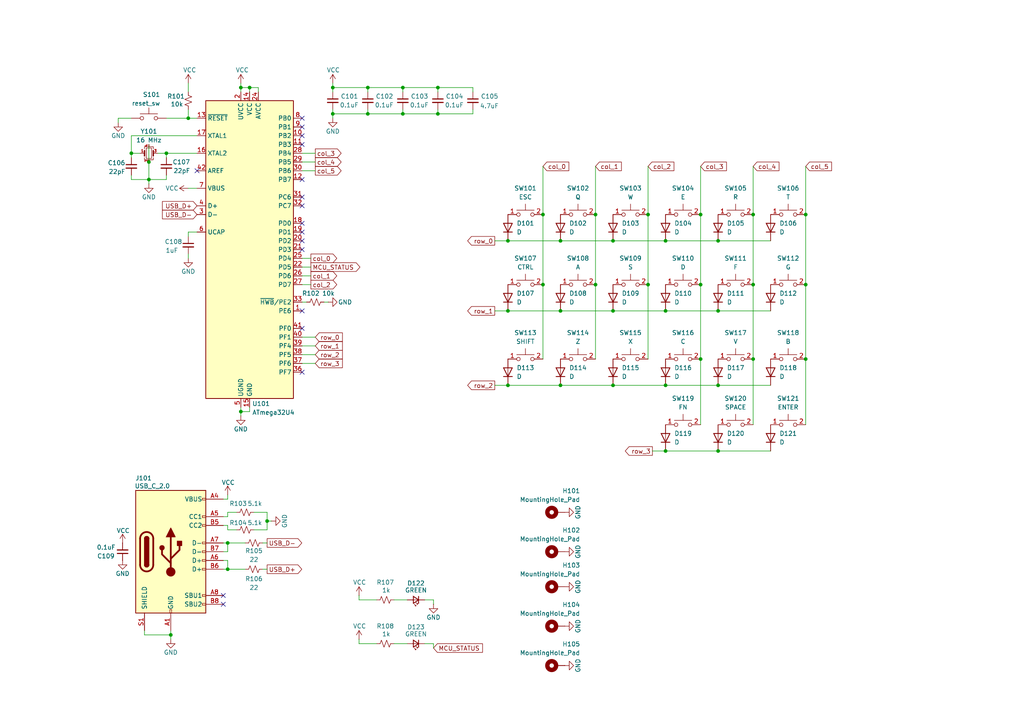
<source format=kicad_sch>
(kicad_sch (version 20231120) (generator "eeschema") (generator_version "8.0")
  (paper "A4")
  (title_block (title "Split Keyboard") (date "2024-05-21") (rev "1"))
  (lib_symbols
    (symbol "CherryMX:CherryMX" (pin_names (offset 0.254))
      (property "Reference" "SW" (at 2.54 3.175 0))
      (property "Value" "CherryMX" (at 0 -1.905 0))
      (symbol "CherryMX_1_1"
        (pin passive line (at -5.08 0 0) (length 2.54) (name "~") (number "1"))
        (pin passive line (at 5.08 0 180) (length 2.54) (name "~") (number "2"))
      )
    )
    (symbol "Connector:USB_C_Receptacle_USB2.0_16P" (pin_names (offset 1.016))
      (property "Reference" "J" (at 0 22.225 0))
      (property "Value" "USB_C_Receptacle_USB2.0_16P" (at 0 19.685 0))
      (symbol "USB_C_Receptacle_USB2.0_16P_1_1"
        (pin passive line (at 0 -22.86 90) (length 5.08) (name "GND") (number "A1"))
        (pin passive line (at 0 -22.86 90) (length 5.08) hide (name "GND") (number "A12"))
        (pin passive line (at 15.24 15.24 180) (length 5.08) (name "VBUS") (number "A4"))
        (pin bidirectional line (at 15.24 10.16 180) (length 5.08) (name "CC1") (number "A5"))
        (pin bidirectional line (at 15.24 -2.54 180) (length 5.08) (name "D+") (number "A6"))
        (pin bidirectional line (at 15.24 2.54 180) (length 5.08) (name "D-") (number "A7"))
        (pin bidirectional line (at 15.24 -12.7 180) (length 5.08) (name "SBU1") (number "A8"))
        (pin passive line (at 15.24 15.24 180) (length 5.08) hide (name "VBUS") (number "A9"))
        (pin passive line (at 0 -22.86 90) (length 5.08) hide (name "GND") (number "B1"))
        (pin passive line (at 0 -22.86 90) (length 5.08) hide (name "GND") (number "B12"))
        (pin passive line (at 15.24 15.24 180) (length 5.08) hide (name "VBUS") (number "B4"))
        (pin bidirectional line (at 15.24 7.62 180) (length 5.08) (name "CC2") (number "B5"))
        (pin bidirectional line (at 15.24 -5.08 180) (length 5.08) (name "D+") (number "B6"))
        (pin bidirectional line (at 15.24 0 180) (length 5.08) (name "D-") (number "B7"))
        (pin bidirectional line (at 15.24 -15.24 180) (length 5.08) (name "SBU2") (number "B8"))
        (pin passive line (at 15.24 15.24 180) (length 5.08) hide (name "VBUS") (number "B9"))
        (pin passive line (at -7.62 -22.86 90) (length 5.08) (name "SHIELD") (number "S1"))
      )
    )
    (symbol "Device:C_Small" (pin_numbers hide) (pin_names (offset 0.254) hide)
      (property "Reference" "C" (at 0.254 1.778 0))
      (property "Value" "C_Small" (at 0.254 -2.032 0))
      (symbol "C_Small_1_1"
        (pin passive line (at 0 2.54 270) (length 2.032) (name "~") (number "1"))
        (pin passive line (at 0 -2.54 90) (length 2.032) (name "~") (number "2"))
      )
    )
    (symbol "Device:Crystal_GND24_Small" (pin_names (offset 1.016) hide)
      (property "Reference" "Y" (at 1.27 4.445 0))
      (property "Value" "Crystal_GND24_Small" (at 1.27 2.54 0))
      (symbol "Crystal_GND24_Small_1_1"
        (pin passive line (at -2.54 0 0) (length 1.27) (name "1") (number "1"))
        (pin passive line (at 0 -2.54 90) (length 0.635) (name "2") (number "2"))
        (pin passive line (at 2.54 0 180) (length 1.27) (name "3") (number "3"))
        (pin passive line (at 0 2.54 270) (length 0.635) (name "4") (number "4"))
      )
    )
    (symbol "Device:D" (pin_numbers hide) (pin_names (offset 1.016) hide)
      (property "Reference" "D" (at 0 2.54 0))
      (property "Value" "D" (at 0 -2.54 0))
      (symbol "D_1_1"
        (pin passive line (at -3.81 0 0) (length 2.54) (name "K") (number "1"))
        (pin passive line (at 3.81 0 180) (length 2.54) (name "A") (number "2"))
      )
    )
    (symbol "Device:LED_Small" (pin_numbers hide) (pin_names (offset 0.254) hide)
      (property "Reference" "D" (at -1.27 3.175 0))
      (property "Value" "LED_Small" (at -4.445 -2.54 0))
      (symbol "LED_Small_1_1"
        (pin passive line (at -2.54 0 0) (length 1.778) (name "K") (number "1"))
        (pin passive line (at 2.54 0 180) (length 1.778) (name "A") (number "2"))
      )
    )
    (symbol "Device:R_Small_US" (pin_numbers hide) (pin_names (offset 0.254) hide)
      (property "Reference" "R" (at 0.762 0.508 0))
      (property "Value" "R_Small_US" (at 0.762 -1.016 0))
      (symbol "R_Small_US_1_1"
        (pin passive line (at 0 2.54 270) (length 1.016) (name "~") (number "1"))
        (pin passive line (at 0 -2.54 90) (length 1.016) (name "~") (number "2"))
      )
    )
    (symbol "MCU_Microchip_ATmega:ATmega32U4-A"
      (property "Reference" "U" (at -12.7 44.45 0))
      (property "Value" "ATmega32U4-A" (at 2.54 -44.45 0))
      (symbol "ATmega32U4-A_1_1"
        (pin bidirectional line (at 15.24 -17.78 180) (length 2.54) (name "PE6") (number "1"))
        (pin bidirectional line (at 15.24 33.02 180) (length 2.54) (name "PB2") (number "10"))
        (pin bidirectional line (at 15.24 30.48 180) (length 2.54) (name "PB3") (number "11"))
        (pin bidirectional line (at 15.24 20.32 180) (length 2.54) (name "PB7") (number "12"))
        (pin input line (at -15.24 38.1 0) (length 2.54) (name "~{RESET}") (number "13"))
        (pin power_in line (at 0 45.72 270) (length 2.54) (name "VCC") (number "14"))
        (pin power_in line (at 0 -45.72 90) (length 2.54) (name "GND") (number "15"))
        (pin output line (at -15.24 27.94 0) (length 2.54) (name "XTAL2") (number "16"))
        (pin input line (at -15.24 33.02 0) (length 2.54) (name "XTAL1") (number "17"))
        (pin bidirectional line (at 15.24 7.62 180) (length 2.54) (name "PD0") (number "18"))
        (pin bidirectional line (at 15.24 5.08 180) (length 2.54) (name "PD1") (number "19"))
        (pin power_in line (at -2.54 45.72 270) (length 2.54) (name "UVCC") (number "2"))
        (pin bidirectional line (at 15.24 2.54 180) (length 2.54) (name "PD2") (number "20"))
        (pin bidirectional line (at 15.24 0 180) (length 2.54) (name "PD3") (number "21"))
        (pin bidirectional line (at 15.24 -5.08 180) (length 2.54) (name "PD5") (number "22"))
        (pin passive line (at 0 -45.72 90) (length 2.54) hide (name "GND") (number "23"))
        (pin power_in line (at 2.54 45.72 270) (length 2.54) (name "AVCC") (number "24"))
        (pin bidirectional line (at 15.24 -2.54 180) (length 2.54) (name "PD4") (number "25"))
        (pin bidirectional line (at 15.24 -7.62 180) (length 2.54) (name "PD6") (number "26"))
        (pin bidirectional line (at 15.24 -10.16 180) (length 2.54) (name "PD7") (number "27"))
        (pin bidirectional line (at 15.24 27.94 180) (length 2.54) (name "PB4") (number "28"))
        (pin bidirectional line (at 15.24 25.4 180) (length 2.54) (name "PB5") (number "29"))
        (pin bidirectional line (at -15.24 10.16 0) (length 2.54) (name "D-") (number "3"))
        (pin bidirectional line (at 15.24 22.86 180) (length 2.54) (name "PB6") (number "30"))
        (pin bidirectional line (at 15.24 15.24 180) (length 2.54) (name "PC6") (number "31"))
        (pin bidirectional line (at 15.24 12.7 180) (length 2.54) (name "PC7") (number "32"))
        (pin bidirectional line (at 15.24 -15.24 180) (length 2.54) (name "~{HWB}/PE2") (number "33"))
        (pin passive line (at 0 45.72 270) (length 2.54) hide (name "VCC") (number "34"))
        (pin passive line (at 0 -45.72 90) (length 2.54) hide (name "GND") (number "35"))
        (pin bidirectional line (at 15.24 -35.56 180) (length 2.54) (name "PF7") (number "36"))
        (pin bidirectional line (at 15.24 -33.02 180) (length 2.54) (name "PF6") (number "37"))
        (pin bidirectional line (at 15.24 -30.48 180) (length 2.54) (name "PF5") (number "38"))
        (pin bidirectional line (at 15.24 -27.94 180) (length 2.54) (name "PF4") (number "39"))
        (pin bidirectional line (at -15.24 12.7 0) (length 2.54) (name "D+") (number "4"))
        (pin bidirectional line (at 15.24 -25.4 180) (length 2.54) (name "PF1") (number "40"))
        (pin bidirectional line (at 15.24 -22.86 180) (length 2.54) (name "PF0") (number "41"))
        (pin passive line (at -15.24 22.86 0) (length 2.54) (name "AREF") (number "42"))
        (pin passive line (at 0 -45.72 90) (length 2.54) hide (name "GND") (number "43"))
        (pin passive line (at 2.54 45.72 270) (length 2.54) hide (name "AVCC") (number "44"))
        (pin passive line (at -2.54 -45.72 90) (length 2.54) (name "UGND") (number "5"))
        (pin passive line (at -15.24 5.08 0) (length 2.54) (name "UCAP") (number "6"))
        (pin input line (at -15.24 17.78 0) (length 2.54) (name "VBUS") (number "7"))
        (pin bidirectional line (at 15.24 38.1 180) (length 2.54) (name "PB0") (number "8"))
        (pin bidirectional line (at 15.24 35.56 180) (length 2.54) (name "PB1") (number "9"))
      )
    )
    (symbol "Mechanical:MountingHole_Pad" (pin_numbers hide) (pin_names (offset 1.016) hide)
      (property "Reference" "H" (at 0 6.35 0))
      (property "Value" "MountingHole_Pad" (at 0 4.445 0))
      (symbol "MountingHole_Pad_1_1"
        (pin input line (at 0 -2.54 90) (length 2.54) (name "1") (number "1"))
      )
    )
    (symbol "Switch:SW_Push" (pin_numbers hide) (pin_names (offset 1.016) hide)
      (property "Reference" "SW" (at 1.27 2.54 0))
      (property "Value" "SW_Push" (at 0 -1.524 0))
      (symbol "SW_Push_0_1"
        (pin passive line (at -5.08 0 0) (length 2.54) (name "1") (number "1"))
        (pin passive line (at 5.08 0 180) (length 2.54) (name "2") (number "2"))
      )
    )
    (symbol "power:GND" (power) (pin_numbers hide) (pin_names (offset 0) hide)
      (property "Value" "GND" (at 0 -3.81 0))
      (symbol "GND_1_1"
        (pin power_in line (at 0 0 270) (length 0) (name "~") (number "1"))
      )
    )
    (symbol "power:VCC" (power) (pin_numbers hide) (pin_names (offset 0) hide)
      (property "Value" "VCC" (at 0 3.556 0))
      (symbol "VCC_1_1"
        (pin power_in line (at 0 0 90) (length 0) (name "~") (number "1"))
      )
    )
  )
  (junction (at 48.26 44.45))
  (junction (at 96.52 33.02))
  (junction (at 116.84 25.4))
  (junction (at 203.2 82.55))
  (junction (at 218.44 82.55))
  (junction (at 147.32 90.17))
  (junction (at 203.2 104.14))
  (junction (at 193.04 130.81))
  (junction (at 116.84 33.02))
  (junction (at 187.96 62.23))
  (junction (at 147.32 69.85))
  (junction (at 106.68 33.02))
  (junction (at 162.56 69.85))
  (junction (at 193.04 90.17))
  (junction (at 193.04 111.76))
  (junction (at 203.2 62.23))
  (junction (at 43.18 52.07))
  (junction (at 72.39 25.4))
  (junction (at 162.56 111.76))
  (junction (at 172.72 82.55))
  (junction (at 162.56 90.17))
  (junction (at 172.72 62.23))
  (junction (at 49.53 184.15))
  (junction (at 218.44 104.14))
  (junction (at 69.85 119.38))
  (junction (at 77.47 151.13))
  (junction (at 208.28 90.17))
  (junction (at 177.8 90.17))
  (junction (at 233.68 104.14))
  (junction (at 66.04 165.1))
  (junction (at 193.04 69.85))
  (junction (at 233.68 82.55))
  (junction (at 69.85 25.4))
  (junction (at 157.48 82.55))
  (junction (at 187.96 82.55))
  (junction (at 147.32 111.76))
  (junction (at 127 33.02))
  (junction (at 208.28 111.76))
  (junction (at 106.68 25.4))
  (junction (at 208.28 130.81))
  (junction (at 233.68 62.23))
  (junction (at 38.1 44.45))
  (junction (at 157.48 62.23))
  (junction (at 96.52 25.4))
  (junction (at 177.8 111.76))
  (junction (at 43.18 46.99))
  (junction (at 218.44 62.23))
  (junction (at 54.61 34.29))
  (junction (at 177.8 69.85))
  (junction (at 208.28 69.85))
  (junction (at 66.04 157.48))
  (junction (at 127 25.4))
  (no_connect (at 87.63 59.69))
  (no_connect (at 87.63 72.39))
  (no_connect (at 64.77 172.72))
  (no_connect (at 87.63 107.95))
  (no_connect (at 87.63 95.25))
  (no_connect (at 87.63 52.07))
  (no_connect (at 87.63 57.15))
  (no_connect (at 87.63 36.83))
  (no_connect (at 87.63 69.85))
  (no_connect (at 87.63 39.37))
  (no_connect (at 64.77 175.26))
  (no_connect (at 87.63 90.17))
  (no_connect (at 87.63 34.29))
  (no_connect (at 87.63 64.77))
  (no_connect (at 87.63 41.91))
  (no_connect (at 57.15 49.53))
  (no_connect (at 87.63 67.31))
  (wire (pts (xy 90.17 80.01) (xy 87.63 80.01)))
  (wire (pts (xy 49.53 184.15) (xy 49.53 185.42)))
  (wire (pts (xy 118.11 173.99) (xy 114.3 173.99)))
  (wire (pts (xy 187.96 62.23) (xy 187.96 82.55)))
  (wire (pts (xy 127 33.02) (xy 137.16 33.02)))
  (wire (pts (xy 54.61 31.75) (xy 54.61 34.29)))
  (wire (pts (xy 116.84 25.4) (xy 116.84 26.67)))
  (wire (pts (xy 127 25.4) (xy 127 26.67)))
  (wire (pts (xy 125.73 173.99) (xy 125.73 175.26)))
  (wire (pts (xy 57.15 67.31) (xy 54.61 67.31)))
  (wire (pts (xy 127 31.75) (xy 127 33.02)))
  (wire (pts (xy 96.52 26.67) (xy 96.52 25.4)))
  (wire (pts (xy 125.73 186.69) (xy 125.73 187.96)))
  (wire (pts (xy 172.72 62.23) (xy 172.72 82.55)))
  (wire (pts (xy 162.56 111.76) (xy 177.8 111.76)))
  (wire (pts (xy 96.52 25.4) (xy 106.68 25.4)))
  (wire (pts (xy 66.04 165.1) (xy 71.12 165.1)))
  (wire (pts (xy 66.04 149.86) (xy 66.04 148.59)))
  (wire (pts (xy 91.44 49.53) (xy 87.63 49.53)))
  (wire (pts (xy 118.11 186.69) (xy 114.3 186.69)))
  (wire (pts (xy 208.28 111.76) (xy 223.52 111.76)))
  (wire (pts (xy 193.04 111.76) (xy 208.28 111.76)))
  (wire (pts (xy 77.47 151.13) (xy 78.74 151.13)))
  (wire (pts (xy 91.44 102.87) (xy 87.63 102.87)))
  (wire (pts (xy 90.17 74.93) (xy 87.63 74.93)))
  (wire (pts (xy 38.1 34.29) (xy 34.29 34.29)))
  (wire (pts (xy 162.56 69.85) (xy 177.8 69.85)))
  (wire (pts (xy 72.39 25.4) (xy 72.39 26.67)))
  (wire (pts (xy 116.84 33.02) (xy 127 33.02)))
  (wire (pts (xy 66.04 157.48) (xy 71.12 157.48)))
  (wire (pts (xy 54.61 67.31) (xy 54.61 68.58)))
  (wire (pts (xy 91.44 44.45) (xy 87.63 44.45)))
  (wire (pts (xy 193.04 130.81) (xy 208.28 130.81)))
  (wire (pts (xy 69.85 119.38) (xy 72.39 119.38)))
  (wire (pts (xy 91.44 100.33) (xy 87.63 100.33)))
  (wire (pts (xy 91.44 46.99) (xy 87.63 46.99)))
  (wire (pts (xy 208.28 90.17) (xy 223.52 90.17)))
  (wire (pts (xy 147.32 111.76) (xy 162.56 111.76)))
  (wire (pts (xy 208.28 130.81) (xy 223.52 130.81)))
  (wire (pts (xy 233.68 104.14) (xy 233.68 123.19)))
  (wire (pts (xy 38.1 44.45) (xy 40.64 44.45)))
  (wire (pts (xy 45.72 44.45) (xy 48.26 44.45)))
  (wire (pts (xy 54.61 73.66) (xy 54.61 74.93)))
  (wire (pts (xy 106.68 33.02) (xy 116.84 33.02)))
  (wire (pts (xy 137.16 33.02) (xy 137.16 31.75)))
  (wire (pts (xy 48.26 44.45) (xy 48.26 45.72)))
  (wire (pts (xy 233.68 48.26) (xy 233.68 62.23)))
  (wire (pts (xy 64.77 149.86) (xy 66.04 149.86)))
  (wire (pts (xy 203.2 62.23) (xy 203.2 82.55)))
  (wire (pts (xy 77.47 151.13) (xy 77.47 153.67)))
  (wire (pts (xy 218.44 104.14) (xy 218.44 123.19)))
  (wire (pts (xy 218.44 82.55) (xy 218.44 104.14)))
  (wire (pts (xy 96.52 33.02) (xy 96.52 34.29)))
  (wire (pts (xy 88.9 87.63) (xy 87.63 87.63)))
  (wire (pts (xy 38.1 39.37) (xy 57.15 39.37)))
  (wire (pts (xy 43.18 41.91) (xy 43.18 46.99)))
  (wire (pts (xy 187.96 82.55) (xy 187.96 104.14)))
  (wire (pts (xy 116.84 31.75) (xy 116.84 33.02)))
  (wire (pts (xy 69.85 25.4) (xy 72.39 25.4)))
  (wire (pts (xy 123.19 186.69) (xy 125.73 186.69)))
  (wire (pts (xy 64.77 160.02) (xy 66.04 160.02)))
  (wire (pts (xy 193.04 90.17) (xy 208.28 90.17)))
  (wire (pts (xy 66.04 165.1) (xy 66.04 162.56)))
  (wire (pts (xy 96.52 33.02) (xy 106.68 33.02)))
  (wire (pts (xy 218.44 48.26) (xy 218.44 62.23)))
  (wire (pts (xy 177.8 69.85) (xy 193.04 69.85)))
  (wire (pts (xy 49.53 184.15) (xy 49.53 182.88)))
  (wire (pts (xy 69.85 25.4) (xy 69.85 24.13)))
  (wire (pts (xy 66.04 144.78) (xy 66.04 143.51)))
  (wire (pts (xy 106.68 31.75) (xy 106.68 33.02)))
  (wire (pts (xy 203.2 48.26) (xy 203.2 62.23)))
  (wire (pts (xy 233.68 82.55) (xy 233.68 104.14)))
  (wire (pts (xy 104.14 173.99) (xy 109.22 173.99)))
  (wire (pts (xy 147.32 90.17) (xy 162.56 90.17)))
  (wire (pts (xy 77.47 148.59) (xy 77.47 151.13)))
  (wire (pts (xy 95.25 87.63) (xy 93.98 87.63)))
  (wire (pts (xy 66.04 153.67) (xy 68.58 153.67)))
  (wire (pts (xy 76.2 157.48) (xy 77.47 157.48)))
  (wire (pts (xy 54.61 54.61) (xy 57.15 54.61)))
  (wire (pts (xy 189.23 130.81) (xy 193.04 130.81)))
  (wire (pts (xy 54.61 24.13) (xy 54.61 26.67)))
  (wire (pts (xy 73.66 153.67) (xy 77.47 153.67)))
  (wire (pts (xy 48.26 50.8) (xy 48.26 52.07)))
  (wire (pts (xy 38.1 45.72) (xy 38.1 44.45)))
  (wire (pts (xy 127 25.4) (xy 137.16 25.4)))
  (wire (pts (xy 233.68 62.23) (xy 233.68 82.55)))
  (wire (pts (xy 106.68 25.4) (xy 116.84 25.4)))
  (wire (pts (xy 137.16 25.4) (xy 137.16 26.67)))
  (wire (pts (xy 187.96 48.26) (xy 187.96 62.23)))
  (wire (pts (xy 64.77 165.1) (xy 66.04 165.1)))
  (wire (pts (xy 38.1 50.8) (xy 38.1 52.07)))
  (wire (pts (xy 91.44 105.41) (xy 87.63 105.41)))
  (wire (pts (xy 64.77 144.78) (xy 66.04 144.78)))
  (wire (pts (xy 48.26 34.29) (xy 54.61 34.29)))
  (wire (pts (xy 104.14 186.69) (xy 109.22 186.69)))
  (wire (pts (xy 69.85 118.11) (xy 69.85 119.38)))
  (wire (pts (xy 157.48 48.26) (xy 157.48 62.23)))
  (wire (pts (xy 90.17 82.55) (xy 87.63 82.55)))
  (wire (pts (xy 91.44 97.79) (xy 87.63 97.79)))
  (wire (pts (xy 106.68 25.4) (xy 106.68 26.67)))
  (wire (pts (xy 104.14 186.69) (xy 104.14 185.42)))
  (wire (pts (xy 43.18 46.99) (xy 43.18 52.07)))
  (wire (pts (xy 96.52 31.75) (xy 96.52 33.02)))
  (wire (pts (xy 90.17 77.47) (xy 87.63 77.47)))
  (wire (pts (xy 48.26 44.45) (xy 57.15 44.45)))
  (wire (pts (xy 64.77 152.4) (xy 66.04 152.4)))
  (wire (pts (xy 177.8 111.76) (xy 193.04 111.76)))
  (wire (pts (xy 208.28 69.85) (xy 223.52 69.85)))
  (wire (pts (xy 69.85 25.4) (xy 69.85 26.67)))
  (wire (pts (xy 172.72 82.55) (xy 172.72 104.14)))
  (wire (pts (xy 147.32 69.85) (xy 162.56 69.85)))
  (wire (pts (xy 64.77 157.48) (xy 66.04 157.48)))
  (wire (pts (xy 143.51 90.17) (xy 147.32 90.17)))
  (wire (pts (xy 203.2 82.55) (xy 203.2 104.14)))
  (wire (pts (xy 143.51 111.76) (xy 147.32 111.76)))
  (wire (pts (xy 203.2 104.14) (xy 203.2 123.19)))
  (wire (pts (xy 123.19 173.99) (xy 125.73 173.99)))
  (wire (pts (xy 72.39 119.38) (xy 72.39 118.11)))
  (wire (pts (xy 43.18 52.07) (xy 43.18 53.34)))
  (wire (pts (xy 41.91 182.88) (xy 41.91 184.15)))
  (wire (pts (xy 157.48 62.23) (xy 157.48 82.55)))
  (wire (pts (xy 143.51 69.85) (xy 147.32 69.85)))
  (wire (pts (xy 38.1 52.07) (xy 43.18 52.07)))
  (wire (pts (xy 76.2 165.1) (xy 77.47 165.1)))
  (wire (pts (xy 116.84 25.4) (xy 127 25.4)))
  (wire (pts (xy 69.85 119.38) (xy 69.85 120.65)))
  (wire (pts (xy 96.52 24.13) (xy 96.52 25.4)))
  (wire (pts (xy 34.29 34.29) (xy 34.29 35.56)))
  (wire (pts (xy 77.47 148.59) (xy 73.66 148.59)))
  (wire (pts (xy 172.72 48.26) (xy 172.72 62.23)))
  (wire (pts (xy 43.18 52.07) (xy 48.26 52.07)))
  (wire (pts (xy 41.91 184.15) (xy 49.53 184.15)))
  (wire (pts (xy 54.61 34.29) (xy 57.15 34.29)))
  (wire (pts (xy 162.56 90.17) (xy 177.8 90.17)))
  (wire (pts (xy 64.77 162.56) (xy 66.04 162.56)))
  (wire (pts (xy 72.39 25.4) (xy 74.93 25.4)))
  (wire (pts (xy 193.04 69.85) (xy 208.28 69.85)))
  (wire (pts (xy 66.04 152.4) (xy 66.04 153.67)))
  (wire (pts (xy 66.04 160.02) (xy 66.04 157.48)))
  (wire (pts (xy 157.48 82.55) (xy 157.48 104.14)))
  (wire (pts (xy 74.93 25.4) (xy 74.93 26.67)))
  (wire (pts (xy 38.1 39.37) (xy 38.1 44.45)))
  (wire (pts (xy 177.8 90.17) (xy 193.04 90.17)))
  (wire (pts (xy 218.44 62.23) (xy 218.44 82.55)))
  (wire (pts (xy 66.04 148.59) (xy 68.58 148.59)))
  (wire (pts (xy 104.14 173.99) (xy 104.14 172.72)))
  (global_label "MCU_STATUS" (shape output) (at 90.17 77.47 0) (property "Intersheetrefs" "${INTERSHEET_REFS}" (effects (hide yes))))
  (global_label "row_3" (shape output) (at 189.23 130.81 180) (property "Intersheetrefs" "${INTERSHEET_REFS}" (effects (hide yes))))
  (global_label "col_4" (shape output) (at 91.44 46.99 0) (property "Intersheetrefs" "${INTERSHEET_REFS}" (effects (hide yes))))
  (global_label "col_2" (shape input) (at 187.96 48.26 0) (property "Intersheetrefs" "${INTERSHEET_REFS}" (effects (hide yes))))
  (global_label "row_3" (shape input) (at 91.44 105.41 0) (property "Intersheetrefs" "${INTERSHEET_REFS}" (effects (hide yes))))
  (global_label "USB_D-" (shape output) (at 77.47 157.48 0) (property "Intersheetrefs" "${INTERSHEET_REFS}" (effects (hide yes))))
  (global_label "col_0" (shape output) (at 90.17 74.93 0) (property "Intersheetrefs" "${INTERSHEET_REFS}" (effects (hide yes))))
  (global_label "row_2" (shape output) (at 143.51 111.76 180) (property "Intersheetrefs" "${INTERSHEET_REFS}" (effects (hide yes))))
  (global_label "col_1" (shape input) (at 172.72 48.26 0) (property "Intersheetrefs" "${INTERSHEET_REFS}" (effects (hide yes))))
  (global_label "row_1" (shape input) (at 91.44 100.33 0) (property "Intersheetrefs" "${INTERSHEET_REFS}" (effects (hide yes))))
  (global_label "col_4" (shape input) (at 218.44 48.26 0) (property "Intersheetrefs" "${INTERSHEET_REFS}" (effects (hide yes))))
  (global_label "USB_D+" (shape output) (at 77.47 165.1 0) (property "Intersheetrefs" "${INTERSHEET_REFS}" (effects (hide yes))))
  (global_label "col_2" (shape output) (at 90.17 82.55 0) (property "Intersheetrefs" "${INTERSHEET_REFS}" (effects (hide yes))))
  (global_label "col_3" (shape output) (at 91.44 44.45 0) (property "Intersheetrefs" "${INTERSHEET_REFS}" (effects (hide yes))))
  (global_label "col_0" (shape input) (at 157.48 48.26 0) (property "Intersheetrefs" "${INTERSHEET_REFS}" (effects (hide yes))))
  (global_label "col_1" (shape output) (at 90.17 80.01 0) (property "Intersheetrefs" "${INTERSHEET_REFS}" (effects (hide yes))))
  (global_label "row_0" (shape output) (at 143.51 69.85 180) (property "Intersheetrefs" "${INTERSHEET_REFS}" (effects (hide yes))))
  (global_label "USB_D+" (shape input) (at 57.15 59.69 180) (property "Intersheetrefs" "${INTERSHEET_REFS}" (effects (hide yes))))
  (global_label "USB_D-" (shape input) (at 57.15 62.23 180) (property "Intersheetrefs" "${INTERSHEET_REFS}" (effects (hide yes))))
  (global_label "col_3" (shape input) (at 203.2 48.26 0) (property "Intersheetrefs" "${INTERSHEET_REFS}" (effects (hide yes))))
  (global_label "row_0" (shape input) (at 91.44 97.79 0) (property "Intersheetrefs" "${INTERSHEET_REFS}" (effects (hide yes))))
  (global_label "col_5" (shape output) (at 91.44 49.53 0) (property "Intersheetrefs" "${INTERSHEET_REFS}" (effects (hide yes))))
  (global_label "col_5" (shape input) (at 233.68 48.26 0) (property "Intersheetrefs" "${INTERSHEET_REFS}" (effects (hide yes))))
  (global_label "MCU_STATUS" (shape input) (at 125.73 187.96 0) (property "Intersheetrefs" "${INTERSHEET_REFS}" (effects (hide yes))))
  (global_label "row_1" (shape output) (at 143.51 90.17 180) (property "Intersheetrefs" "${INTERSHEET_REFS}" (effects (hide yes))))
  (global_label "row_2" (shape input) (at 91.44 102.87 0) (property "Intersheetrefs" "${INTERSHEET_REFS}" (effects (hide yes))))
  (symbol (lib_id "CherryMX:CherryMX") (at 182.88 62.23 0) (unit 1)
    (property "Reference" "SW103" (at 182.88 54.61 0))
    (property "Value" "W" (at 182.88 57.15 0))
    (property "Footprint" "Button_Switch_Keyboard:SW_Cherry_MX_1.00u_PCB" (effects (hide yes)))
  )
  (symbol (lib_id "power:GND") (at 163.83 170.18 90) (unit 1)
    (property "Reference" "#PWR0117" (effects (hide yes)))
    (property "Value" "GND" (at 167.64 170.18 0))
    (property "Description" "Power symbol creates a global label with name \"GND\" , ground" (effects (hide yes)))
  )
  (symbol (lib_id "CherryMX:CherryMX") (at 198.12 62.23 0) (unit 1)
    (property "Reference" "SW104" (at 198.12 54.61 0))
    (property "Value" "E" (at 198.12 57.15 0))
    (property "Footprint" "Button_Switch_Keyboard:SW_Cherry_MX_1.00u_PCB" (effects (hide yes)))
  )
  (symbol (lib_id "CherryMX:CherryMX") (at 167.64 82.55 0) (unit 1)
    (property "Reference" "SW108" (at 167.64 74.93 0))
    (property "Value" "A" (at 167.64 77.47 0))
    (property "Footprint" "Button_Switch_Keyboard:SW_Cherry_MX_1.00u_PCB" (effects (hide yes)))
  )
  (symbol (lib_id "Device:D") (at 162.56 86.36 90) (unit 1)
    (property "Reference" "D108" (at 165.1 85.0899 90) (effects (justify right)))
    (property "Value" "D" (at 165.1 87.6299 90) (effects (justify right)))
    (property "Footprint" "Diode_SMD:D_0603_1608Metric" (effects (hide yes)))
    (property "Description" "Diode" (effects (hide yes)))
    (property "Sim.Device" "D" (effects (hide yes)))
    (property "Sim.Pins" "1=K 2=A" (effects (hide yes)))
  )
  (symbol (lib_id "CherryMX:CherryMX") (at 198.12 123.19 0) (unit 1)
    (property "Reference" "SW119" (at 198.12 115.57 0))
    (property "Value" "FN" (at 198.12 118.11 0))
    (property "Footprint" "Button_Switch_Keyboard:SW_Cherry_MX_1.00u_PCB" (effects (hide yes)))
  )
  (symbol (lib_id "Device:C_Small") (at 116.84 29.21 0) (unit 1)
    (property "Reference" "C103" (at 119.126 27.94 0) (effects (justify left)))
    (property "Value" "0.1uF" (at 118.872 30.48 0) (effects (justify left)))
    (property "Footprint" "Capacitor_SMD:C_0603_1608Metric" (effects (hide yes)))
    (property "Description" "Unpolarized capacitor, small symbol" (effects (hide yes)))
  )
  (symbol (lib_id "Device:R_Small_US") (at 71.12 153.67 90) (unit 1)
    (property "Reference" "R104" (at 69.088 151.638 90))
    (property "Value" "5.1k" (at 73.914 151.638 90))
    (property "Footprint" "Resistor_SMD:R_0603_1608Metric" (effects (hide yes)))
    (property "Description" "Resistor, small US symbol" (effects (hide yes)))
  )
  (symbol (lib_id "CherryMX:CherryMX") (at 228.6 62.23 0) (unit 1)
    (property "Reference" "SW106" (at 228.6 54.61 0))
    (property "Value" "T" (at 228.6 57.15 0))
    (property "Footprint" "Button_Switch_Keyboard:SW_Cherry_MX_1.00u_PCB" (effects (hide yes)))
  )
  (symbol (lib_id "Device:D") (at 162.56 66.04 90) (unit 1)
    (property "Reference" "D102" (at 165.1 64.7699 90) (effects (justify right)))
    (property "Value" "D" (at 165.1 67.3099 90) (effects (justify right)))
    (property "Footprint" "Diode_SMD:D_0603_1608Metric" (effects (hide yes)))
    (property "Description" "Diode" (effects (hide yes)))
    (property "Sim.Device" "D" (effects (hide yes)))
    (property "Sim.Pins" "1=K 2=A" (effects (hide yes)))
  )
  (symbol (lib_id "CherryMX:CherryMX") (at 213.36 62.23 0) (unit 1)
    (property "Reference" "SW105" (at 213.36 54.61 0))
    (property "Value" "R" (at 213.36 57.15 0))
    (property "Footprint" "Button_Switch_Keyboard:SW_Cherry_MX_1.00u_PCB" (effects (hide yes)))
  )
  (symbol (lib_id "Device:C_Small") (at 137.16 29.21 0) (unit 1)
    (property "Reference" "C105" (at 139.446 27.94 0) (effects (justify left)))
    (property "Value" "4.7uF" (at 139.192 30.734 0) (effects (justify left)))
    (property "Footprint" "Capacitor_SMD:C_0603_1608Metric" (effects (hide yes)))
    (property "Description" "Unpolarized capacitor, small symbol" (effects (hide yes)))
  )
  (symbol (lib_id "CherryMX:CherryMX") (at 213.36 123.19 0) (unit 1)
    (property "Reference" "SW120" (at 213.36 115.57 0))
    (property "Value" "SPACE" (at 213.36 118.11 0))
    (property "Footprint" "Button_Switch_Keyboard:SW_Cherry_MX_1.00u_PCB" (effects (hide yes)))
  )
  (symbol (lib_id "Device:D") (at 208.28 127 90) (unit 1)
    (property "Reference" "D120" (at 210.82 125.7299 90) (effects (justify right)))
    (property "Value" "D" (at 210.82 128.2699 90) (effects (justify right)))
    (property "Footprint" "Diode_SMD:D_0603_1608Metric" (effects (hide yes)))
    (property "Description" "Diode" (effects (hide yes)))
    (property "Sim.Device" "D" (effects (hide yes)))
    (property "Sim.Pins" "1=K 2=A" (effects (hide yes)))
  )
  (symbol (lib_id "power:GND") (at 125.73 175.26 0) (unit 1)
    (property "Reference" "#PWR0119" (effects (hide yes)))
    (property "Value" "GND" (at 125.73 179.07 0))
    (property "Description" "Power symbol creates a global label with name \"GND\" , ground" (effects (hide yes)))
  )
  (symbol (lib_id "power:GND") (at 163.83 181.61 90) (unit 1)
    (property "Reference" "#PWR0120" (effects (hide yes)))
    (property "Value" "GND" (at 167.64 181.61 0))
    (property "Description" "Power symbol creates a global label with name \"GND\" , ground" (effects (hide yes)))
  )
  (symbol (lib_id "power:VCC") (at 104.14 172.72 0) (unit 1)
    (property "Reference" "#PWR0118" (effects (hide yes)))
    (property "Value" "VCC" (at 102.362 168.91 0) (effects (justify left)))
    (property "Description" "Power symbol creates a global label with name \"VCC\"" (effects (hide yes)))
  )
  (symbol (lib_id "Device:D") (at 147.32 66.04 90) (unit 1)
    (property "Reference" "D101" (at 149.86 64.7699 90) (effects (justify right)))
    (property "Value" "D" (at 149.86 67.3099 90) (effects (justify right)))
    (property "Footprint" "Diode_SMD:D_0603_1608Metric" (effects (hide yes)))
    (property "Description" "Diode" (effects (hide yes)))
    (property "Sim.Device" "D" (effects (hide yes)))
    (property "Sim.Pins" "1=K 2=A" (effects (hide yes)))
  )
  (symbol (lib_id "Device:D") (at 162.56 107.95 90) (unit 1)
    (property "Reference" "D114" (at 165.1 106.6799 90) (effects (justify right)))
    (property "Value" "D" (at 165.1 109.2199 90) (effects (justify right)))
    (property "Footprint" "Diode_SMD:D_0603_1608Metric" (effects (hide yes)))
    (property "Description" "Diode" (effects (hide yes)))
    (property "Sim.Device" "D" (effects (hide yes)))
    (property "Sim.Pins" "1=K 2=A" (effects (hide yes)))
  )
  (symbol (lib_id "power:GND") (at 54.61 74.93 0) (unit 1)
    (property "Reference" "#PWR0108" (effects (hide yes)))
    (property "Value" "GND" (at 54.61 78.74 0))
    (property "Description" "Power symbol creates a global label with name \"GND\" , ground" (effects (hide yes)))
  )
  (symbol (lib_id "Device:D") (at 177.8 66.04 90) (unit 1)
    (property "Reference" "D103" (at 180.34 64.7699 90) (effects (justify right)))
    (property "Value" "D" (at 180.34 67.3099 90) (effects (justify right)))
    (property "Footprint" "Diode_SMD:D_0603_1608Metric" (effects (hide yes)))
    (property "Description" "Diode" (effects (hide yes)))
    (property "Sim.Device" "D" (effects (hide yes)))
    (property "Sim.Pins" "1=K 2=A" (effects (hide yes)))
  )
  (symbol (lib_id "Device:R_Small_US") (at 111.76 186.69 90) (unit 1)
    (property "Reference" "R108" (at 111.76 181.61 90))
    (property "Value" "1k" (at 112.014 183.896 90))
    (property "Footprint" "Resistor_SMD:R_0603_1608Metric" (effects (hide yes)))
    (property "Description" "Resistor, small US symbol" (effects (hide yes)))
  )
  (symbol (lib_id "Mechanical:MountingHole_Pad") (at 161.29 170.18 90) (unit 1)
    (property "Reference" "H103" (at 168.275 163.957 90) (effects (justify left)))
    (property "Value" "MountingHole_Pad" (at 168.275 166.497 90) (effects (justify left)))
    (property "Footprint" "MountingHole:MountingHole_2.2mm_M2_Pad_TopBottom" (effects (hide yes)))
    (property "Description" "Mounting Hole with connection" (effects (hide yes)))
  )
  (symbol (lib_id "Device:R_Small_US") (at 73.66 165.1 90) (unit 1)
    (property "Reference" "R106" (at 73.66 167.894 90))
    (property "Value" "22" (at 73.66 170.434 90))
    (property "Footprint" "Resistor_SMD:R_0603_1608Metric" (effects (hide yes)))
    (property "Description" "Resistor, small US symbol" (effects (hide yes)))
  )
  (symbol (lib_id "Device:D") (at 223.52 127 90) (unit 1)
    (property "Reference" "D121" (at 226.06 125.7299 90) (effects (justify right)))
    (property "Value" "D" (at 226.06 128.2699 90) (effects (justify right)))
    (property "Footprint" "Diode_SMD:D_0603_1608Metric" (effects (hide yes)))
    (property "Description" "Diode" (effects (hide yes)))
    (property "Sim.Device" "D" (effects (hide yes)))
    (property "Sim.Pins" "1=K 2=A" (effects (hide yes)))
  )
  (symbol (lib_id "Device:R_Small_US") (at 91.44 87.63 90) (unit 1)
    (property "Reference" "R102" (at 90.17 85.09 90))
    (property "Value" "10k" (at 95.25 85.09 90))
    (property "Footprint" "Resistor_SMD:R_0603_1608Metric" (effects (hide yes)))
    (property "Description" "Resistor, small US symbol" (effects (hide yes)))
  )
  (symbol (lib_id "CherryMX:CherryMX") (at 228.6 82.55 0) (unit 1)
    (property "Reference" "SW112" (at 228.6 74.93 0))
    (property "Value" "G" (at 228.6 77.47 0))
    (property "Footprint" "Button_Switch_Keyboard:SW_Cherry_MX_1.00u_PCB" (effects (hide yes)))
  )
  (symbol (lib_id "CherryMX:CherryMX") (at 198.12 82.55 0) (unit 1)
    (property "Reference" "SW110" (at 198.12 74.93 0))
    (property "Value" "D" (at 198.12 77.47 0))
    (property "Footprint" "Button_Switch_Keyboard:SW_Cherry_MX_1.00u_PCB" (effects (hide yes)))
  )
  (symbol (lib_id "power:GND") (at 34.29 35.56 0) (unit 1)
    (property "Reference" "#PWR0105" (effects (hide yes)))
    (property "Value" "GND" (at 34.29 39.37 0))
    (property "Description" "Power symbol creates a global label with name \"GND\" , ground" (effects (hide yes)))
  )
  (symbol (lib_id "Device:D") (at 223.52 107.95 90) (unit 1)
    (property "Reference" "D118" (at 226.06 106.6799 90) (effects (justify right)))
    (property "Value" "D" (at 226.06 109.2199 90) (effects (justify right)))
    (property "Footprint" "Diode_SMD:D_0603_1608Metric" (effects (hide yes)))
    (property "Description" "Diode" (effects (hide yes)))
    (property "Sim.Device" "D" (effects (hide yes)))
    (property "Sim.Pins" "1=K 2=A" (effects (hide yes)))
  )
  (symbol (lib_id "CherryMX:CherryMX") (at 182.88 82.55 0) (unit 1)
    (property "Reference" "SW109" (at 182.88 74.93 0))
    (property "Value" "S" (at 182.88 77.47 0))
    (property "Footprint" "Button_Switch_Keyboard:SW_Cherry_MX_1.00u_PCB" (effects (hide yes)))
  )
  (symbol (lib_id "CherryMX:CherryMX") (at 152.4 62.23 0) (unit 1)
    (property "Reference" "SW101" (at 152.4 54.61 0))
    (property "Value" "ESC" (at 152.4 57.15 0))
    (property "Footprint" "Button_Switch_Keyboard:SW_Cherry_MX_1.00u_PCB" (effects (hide yes)))
  )
  (symbol (lib_id "CherryMX:CherryMX") (at 167.64 62.23 0) (unit 1)
    (property "Reference" "SW102" (at 167.64 54.61 0))
    (property "Value" "Q" (at 167.64 57.15 0))
    (property "Footprint" "Button_Switch_Keyboard:SW_Cherry_MX_1.00u_PCB" (effects (hide yes)))
  )
  (symbol (lib_id "Mechanical:MountingHole_Pad") (at 161.29 148.59 90) (unit 1)
    (property "Reference" "H101" (at 168.275 142.367 90) (effects (justify left)))
    (property "Value" "MountingHole_Pad" (at 168.275 144.907 90) (effects (justify left)))
    (property "Footprint" "MountingHole:MountingHole_2.2mm_M2_Pad_TopBottom" (effects (hide yes)))
    (property "Description" "Mounting Hole with connection" (effects (hide yes)))
  )
  (symbol (lib_id "CherryMX:CherryMX") (at 198.12 104.14 0) (unit 1)
    (property "Reference" "SW116" (at 198.12 96.52 0))
    (property "Value" "C" (at 198.12 99.06 0))
    (property "Footprint" "Button_Switch_Keyboard:SW_Cherry_MX_1.00u_PCB" (effects (hide yes)))
  )
  (symbol (lib_id "CherryMX:CherryMX") (at 213.36 104.14 0) (unit 1)
    (property "Reference" "SW117" (at 213.36 96.52 0))
    (property "Value" "V" (at 213.36 99.06 0))
    (property "Footprint" "Button_Switch_Keyboard:SW_Cherry_MX_1.00u_PCB" (effects (hide yes)))
  )
  (symbol (lib_id "Device:C_Small") (at 106.68 29.21 0) (unit 1)
    (property "Reference" "C102" (at 108.966 27.94 0) (effects (justify left)))
    (property "Value" "0.1uF" (at 108.712 30.48 0) (effects (justify left)))
    (property "Footprint" "Capacitor_SMD:C_0603_1608Metric" (effects (hide yes)))
    (property "Description" "Unpolarized capacitor, small symbol" (effects (hide yes)))
  )
  (symbol (lib_id "Device:C_Small") (at 35.56 160.02 180) (unit 1)
    (property "Reference" "C109" (at 33.274 161.29 0) (effects (justify left)))
    (property "Value" "0.1uF" (at 33.528 158.75 0) (effects (justify left)))
    (property "Footprint" "Capacitor_SMD:C_0603_1608Metric" (effects (hide yes)))
    (property "Description" "Unpolarized capacitor, small symbol" (effects (hide yes)))
  )
  (symbol (lib_id "Device:D") (at 177.8 86.36 90) (unit 1)
    (property "Reference" "D109" (at 180.34 85.0899 90) (effects (justify right)))
    (property "Value" "D" (at 180.34 87.6299 90) (effects (justify right)))
    (property "Footprint" "Diode_SMD:D_0603_1608Metric" (effects (hide yes)))
    (property "Description" "Diode" (effects (hide yes)))
    (property "Sim.Device" "D" (effects (hide yes)))
    (property "Sim.Pins" "1=K 2=A" (effects (hide yes)))
  )
  (symbol (lib_id "power:VCC") (at 54.61 24.13 0) (unit 1)
    (property "Reference" "#PWR0101" (effects (hide yes)))
    (property "Value" "VCC" (at 53.086 20.32 0) (effects (justify left)))
    (property "Description" "Power symbol creates a global label with name \"VCC\"" (effects (hide yes)))
  )
  (symbol (lib_id "Device:D") (at 147.32 107.95 90) (unit 1)
    (property "Reference" "D113" (at 149.86 106.6799 90) (effects (justify right)))
    (property "Value" "D" (at 149.86 109.2199 90) (effects (justify right)))
    (property "Footprint" "Diode_SMD:D_0603_1608Metric" (effects (hide yes)))
    (property "Description" "Diode" (effects (hide yes)))
    (property "Sim.Device" "D" (effects (hide yes)))
    (property "Sim.Pins" "1=K 2=A" (effects (hide yes)))
  )
  (symbol (lib_id "power:VCC") (at 104.14 185.42 0) (unit 1)
    (property "Reference" "#PWR0122" (effects (hide yes)))
    (property "Value" "VCC" (at 102.362 181.61 0) (effects (justify left)))
    (property "Description" "Power symbol creates a global label with name \"VCC\"" (effects (hide yes)))
  )
  (symbol (lib_id "Device:D") (at 223.52 66.04 90) (unit 1)
    (property "Reference" "D106" (at 226.06 64.7699 90) (effects (justify right)))
    (property "Value" "D" (at 226.06 67.3099 90) (effects (justify right)))
    (property "Footprint" "Diode_SMD:D_0603_1608Metric" (effects (hide yes)))
    (property "Description" "Diode" (effects (hide yes)))
    (property "Sim.Device" "D" (effects (hide yes)))
    (property "Sim.Pins" "1=K 2=A" (effects (hide yes)))
  )
  (symbol (lib_id "power:VCC") (at 69.85 24.13 0) (unit 1)
    (property "Reference" "#PWR0102" (effects (hide yes)))
    (property "Value" "VCC" (at 68.326 20.32 0) (effects (justify left)))
    (property "Description" "Power symbol creates a global label with name \"VCC\"" (effects (hide yes)))
  )
  (symbol (lib_id "Device:LED_Small") (at 120.65 186.69 180) (unit 1)
    (property "Reference" "D123" (at 120.65 181.864 0))
    (property "Value" "GREEN" (at 120.65 183.896 0))
    (property "Footprint" "LED_SMD:LED_0603_1608Metric" (effects (hide yes)))
    (property "Description" "Light emitting diode, small symbol" (effects (hide yes)))
  )
  (symbol (lib_id "Mechanical:MountingHole_Pad") (at 161.29 193.04 90) (unit 1)
    (property "Reference" "H105" (at 168.275 186.817 90) (effects (justify left)))
    (property "Value" "MountingHole_Pad" (at 168.275 189.357 90) (effects (justify left)))
    (property "Footprint" "MountingHole:MountingHole_2.2mm_M2_Pad_TopBottom" (effects (hide yes)))
    (property "Description" "Mounting Hole with connection" (effects (hide yes)))
  )
  (symbol (lib_id "MCU_Microchip_ATmega:ATmega32U4-A") (at 72.39 72.39 0) (unit 1)
    (property "Reference" "U101" (at 73.152 117.094 0) (effects (justify left)))
    (property "Value" "ATmega32U4" (at 73.152 119.634 0) (effects (justify left)))
    (property "Footprint" "Package_QFP:TQFP-44_10x10mm_P0.8mm" (effects (hide yes)))
    (property "Datasheet" "http://ww1.microchip.com/downloads/en/DeviceDoc/Atmel-7766-8-bit-AVR-ATmega16U4-32U4_Datasheet.pdf" (effects (hide yes)))
    (property "Description" "16MHz, 32kB Flash, 2.5kB SRAM, 1kB EEPROM, USB 2.0, TQFP-44" (effects (hide yes)))
  )
  (symbol (lib_id "Device:D") (at 193.04 86.36 90) (unit 1)
    (property "Reference" "D110" (at 195.58 85.0899 90) (effects (justify right)))
    (property "Value" "D" (at 195.58 87.6299 90) (effects (justify right)))
    (property "Footprint" "Diode_SMD:D_0603_1608Metric" (effects (hide yes)))
    (property "Description" "Diode" (effects (hide yes)))
    (property "Sim.Device" "D" (effects (hide yes)))
    (property "Sim.Pins" "1=K 2=A" (effects (hide yes)))
  )
  (symbol (lib_id "Switch:SW_Push") (at 43.18 34.29 0) (unit 1)
    (property "Reference" "S101" (at 46.482 27.432 0) (effects (justify right)))
    (property "Value" "reset_sw" (at 46.482 29.972 0) (effects (justify right)))
    (property "Footprint" "Button_Switch_SMD:SW_Push_1P1T_XKB_TS-1187A" (effects (hide yes)))
    (property "Description" "Push button switch, generic, two pins" (effects (hide yes)))
  )
  (symbol (lib_id "Device:R_Small_US") (at 111.76 173.99 90) (unit 1)
    (property "Reference" "R107" (at 111.76 168.91 90))
    (property "Value" "1k" (at 112.014 171.196 90))
    (property "Footprint" "Resistor_SMD:R_0603_1608Metric" (effects (hide yes)))
    (property "Description" "Resistor, small US symbol" (effects (hide yes)))
  )
  (symbol (lib_id "power:GND") (at 49.53 185.42 0) (unit 1)
    (property "Reference" "#PWR0121" (effects (hide yes)))
    (property "Value" "GND" (at 49.53 189.23 0))
    (property "Description" "Power symbol creates a global label with name \"GND\" , ground" (effects (hide yes)))
  )
  (symbol (lib_id "power:VCC") (at 54.61 54.61 90) (unit 1)
    (property "Reference" "#PWR0107" (effects (hide yes)))
    (property "Value" "VCC" (at 51.816 54.61 90) (effects (justify left)))
    (property "Description" "Power symbol creates a global label with name \"VCC\"" (effects (hide yes)))
  )
  (symbol (lib_id "power:GND") (at 95.25 87.63 90) (unit 1)
    (property "Reference" "#PWR0109" (effects (hide yes)))
    (property "Value" "GND" (at 100.076 87.63 90))
    (property "Description" "Power symbol creates a global label with name \"GND\" , ground" (effects (hide yes)))
  )
  (symbol (lib_id "Device:D") (at 147.32 86.36 90) (unit 1)
    (property "Reference" "D107" (at 149.86 85.0899 90) (effects (justify right)))
    (property "Value" "D" (at 149.86 87.6299 90) (effects (justify right)))
    (property "Footprint" "Diode_SMD:D_0603_1608Metric" (effects (hide yes)))
    (property "Description" "Diode" (effects (hide yes)))
    (property "Sim.Device" "D" (effects (hide yes)))
    (property "Sim.Pins" "1=K 2=A" (effects (hide yes)))
  )
  (symbol (lib_id "power:GND") (at 78.74 151.13 90) (unit 1)
    (property "Reference" "#PWR0113" (effects (hide yes)))
    (property "Value" "GND" (at 82.55 151.13 0))
    (property "Description" "Power symbol creates a global label with name \"GND\" , ground" (effects (hide yes)))
  )
  (symbol (lib_id "power:GND") (at 96.52 34.29 0) (unit 1)
    (property "Reference" "#PWR0104" (effects (hide yes)))
    (property "Value" "GND" (at 96.52 38.1 0))
    (property "Description" "Power symbol creates a global label with name \"GND\" , ground" (effects (hide yes)))
  )
  (symbol (lib_id "Device:D") (at 193.04 107.95 90) (unit 1)
    (property "Reference" "D116" (at 195.58 106.6799 90) (effects (justify right)))
    (property "Value" "D" (at 195.58 109.2199 90) (effects (justify right)))
    (property "Footprint" "Diode_SMD:D_0603_1608Metric" (effects (hide yes)))
    (property "Description" "Diode" (effects (hide yes)))
    (property "Sim.Device" "D" (effects (hide yes)))
    (property "Sim.Pins" "1=K 2=A" (effects (hide yes)))
  )
  (symbol (lib_id "Device:C_Small") (at 96.52 29.21 0) (unit 1)
    (property "Reference" "C101" (at 98.806 27.94 0) (effects (justify left)))
    (property "Value" "0.1uF" (at 98.552 30.48 0) (effects (justify left)))
    (property "Footprint" "Capacitor_SMD:C_0603_1608Metric" (effects (hide yes)))
    (property "Description" "Unpolarized capacitor, small symbol" (effects (hide yes)))
  )
  (symbol (lib_id "Device:C_Small") (at 48.26 48.26 0) (unit 1)
    (property "Reference" "C107" (at 50.038 46.99 0) (effects (justify left)))
    (property "Value" "22pF" (at 50.292 49.53 0) (effects (justify left)))
    (property "Footprint" "Capacitor_SMD:C_0603_1608Metric" (effects (hide yes)))
    (property "Description" "Unpolarized capacitor, small symbol" (effects (hide yes)))
  )
  (symbol (lib_id "Mechanical:MountingHole_Pad") (at 161.29 160.02 90) (unit 1)
    (property "Reference" "H102" (at 168.275 153.797 90) (effects (justify left)))
    (property "Value" "MountingHole_Pad" (at 168.275 156.337 90) (effects (justify left)))
    (property "Footprint" "MountingHole:MountingHole_2.2mm_M2_Pad_TopBottom" (effects (hide yes)))
    (property "Description" "Mounting Hole with connection" (effects (hide yes)))
  )
  (symbol (lib_id "power:VCC") (at 96.52 24.13 0) (unit 1)
    (property "Reference" "#PWR0103" (effects (hide yes)))
    (property "Value" "VCC" (at 94.742 20.32 0) (effects (justify left)))
    (property "Description" "Power symbol creates a global label with name \"VCC\"" (effects (hide yes)))
  )
  (symbol (lib_id "power:VCC") (at 35.56 157.48 0) (unit 1)
    (property "Reference" "#PWR0114" (effects (hide yes)))
    (property "Value" "VCC" (at 33.782 153.924 0) (effects (justify left)))
    (property "Description" "Power symbol creates a global label with name \"VCC\"" (effects (hide yes)))
  )
  (symbol (lib_id "Connector:USB_C_Receptacle_USB2.0_16P") (at 49.53 160.02 0) (unit 1)
    (property "Reference" "J101" (at 41.656 138.684 0))
    (property "Value" "USB_C_2.0" (at 44.196 140.97 0))
    (property "Footprint" "Connector_USB:USB_C_Receptacle_GCT_USB4105-xx-A_16P_TopMnt_Horizontal" (effects (hide yes)))
    (property "Datasheet" "https://www.usb.org/sites/default/files/documents/usb_type-c.zip" (effects (hide yes)))
    (property "Description" "USB 2.0-only 16P Type-C Receptacle connector" (effects (hide yes)))
  )
  (symbol (lib_id "CherryMX:CherryMX") (at 152.4 104.14 0) (unit 1)
    (property "Reference" "SW113" (at 152.4 96.52 0))
    (property "Value" "SHIFT" (at 152.4 99.06 0))
    (property "Footprint" "Button_Switch_Keyboard:SW_Cherry_MX_1.00u_PCB" (effects (hide yes)))
  )
  (symbol (lib_id "CherryMX:CherryMX") (at 213.36 82.55 0) (unit 1)
    (property "Reference" "SW111" (at 213.36 74.93 0))
    (property "Value" "F" (at 213.36 77.47 0))
    (property "Footprint" "Button_Switch_Keyboard:SW_Cherry_MX_1.00u_PCB" (effects (hide yes)))
  )
  (symbol (lib_id "Device:R_Small_US") (at 71.12 148.59 90) (unit 1)
    (property "Reference" "R103" (at 69.088 146.05 90))
    (property "Value" "5.1k" (at 73.914 146.05 90))
    (property "Footprint" "Resistor_SMD:R_0603_1608Metric" (effects (hide yes)))
    (property "Description" "Resistor, small US symbol" (effects (hide yes)))
  )
  (symbol (lib_id "Device:D") (at 193.04 127 90) (unit 1)
    (property "Reference" "D119" (at 195.58 125.7299 90) (effects (justify right)))
    (property "Value" "D" (at 195.58 128.2699 90) (effects (justify right)))
    (property "Footprint" "Diode_SMD:D_0603_1608Metric" (effects (hide yes)))
    (property "Description" "Diode" (effects (hide yes)))
    (property "Sim.Device" "D" (effects (hide yes)))
    (property "Sim.Pins" "1=K 2=A" (effects (hide yes)))
  )
  (symbol (lib_id "Device:D") (at 193.04 66.04 90) (unit 1)
    (property "Reference" "D104" (at 195.58 64.7699 90) (effects (justify right)))
    (property "Value" "D" (at 195.58 67.3099 90) (effects (justify right)))
    (property "Footprint" "Diode_SMD:D_0603_1608Metric" (effects (hide yes)))
    (property "Description" "Diode" (effects (hide yes)))
    (property "Sim.Device" "D" (effects (hide yes)))
    (property "Sim.Pins" "1=K 2=A" (effects (hide yes)))
  )
  (symbol (lib_id "CherryMX:CherryMX") (at 152.4 82.55 0) (unit 1)
    (property "Reference" "SW107" (at 152.4 74.93 0))
    (property "Value" "CTRL" (at 152.4 77.47 0))
    (property "Footprint" "Button_Switch_Keyboard:SW_Cherry_MX_1.00u_PCB" (effects (hide yes)))
  )
  (symbol (lib_id "Device:C_Small") (at 127 29.21 0) (unit 1)
    (property "Reference" "C104" (at 129.286 27.94 0) (effects (justify left)))
    (property "Value" "0.1uF" (at 129.032 30.48 0) (effects (justify left)))
    (property "Footprint" "Capacitor_SMD:C_0603_1608Metric" (effects (hide yes)))
    (property "Description" "Unpolarized capacitor, small symbol" (effects (hide yes)))
  )
  (symbol (lib_id "Device:C_Small") (at 54.61 71.12 0) (unit 1)
    (property "Reference" "C108" (at 47.752 70.104 0) (effects (justify left)))
    (property "Value" "1uF" (at 48.006 72.644 0) (effects (justify left)))
    (property "Footprint" "Capacitor_SMD:C_0603_1608Metric" (effects (hide yes)))
    (property "Description" "Unpolarized capacitor, small symbol" (effects (hide yes)))
  )
  (symbol (lib_id "Mechanical:MountingHole_Pad") (at 161.29 181.61 90) (unit 1)
    (property "Reference" "H104" (at 168.275 175.387 90) (effects (justify left)))
    (property "Value" "MountingHole_Pad" (at 168.275 177.927 90) (effects (justify left)))
    (property "Footprint" "MountingHole:MountingHole_2.2mm_M2_Pad_TopBottom" (effects (hide yes)))
    (property "Description" "Mounting Hole with connection" (effects (hide yes)))
  )
  (symbol (lib_id "power:GND") (at 163.83 148.59 90) (unit 1)
    (property "Reference" "#PWR0112" (effects (hide yes)))
    (property "Value" "GND" (at 167.64 148.59 0))
    (property "Description" "Power symbol creates a global label with name \"GND\" , ground" (effects (hide yes)))
  )
  (symbol (lib_id "Device:LED_Small") (at 120.65 173.99 180) (unit 1)
    (property "Reference" "D122" (at 120.65 169.164 0))
    (property "Value" "GREEN" (at 120.65 171.196 0))
    (property "Footprint" "LED_SMD:LED_0603_1608Metric" (effects (hide yes)))
    (property "Description" "Light emitting diode, small symbol" (effects (hide yes)))
  )
  (symbol (lib_id "CherryMX:CherryMX") (at 182.88 104.14 0) (unit 1)
    (property "Reference" "SW115" (at 182.88 96.52 0))
    (property "Value" "X" (at 182.88 99.06 0))
    (property "Footprint" "Button_Switch_Keyboard:SW_Cherry_MX_1.00u_PCB" (effects (hide yes)))
  )
  (symbol (lib_id "Device:C_Small") (at 38.1 48.26 0) (unit 1)
    (property "Reference" "C106" (at 31.242 47.244 0) (effects (justify left)))
    (property "Value" "22pF" (at 31.496 49.784 0) (effects (justify left)))
    (property "Footprint" "Capacitor_SMD:C_0603_1608Metric" (effects (hide yes)))
    (property "Description" "Unpolarized capacitor, small symbol" (effects (hide yes)))
  )
  (symbol (lib_id "Device:Crystal_GND24_Small") (at 43.18 44.45 0) (unit 1)
    (property "Reference" "Y101" (at 43.18 38.1 0))
    (property "Value" "16 MHz" (at 43.18 40.64 0))
    (property "Footprint" "Crystal:Crystal_SMD_Abracon_ABM8G-4Pin_3.2x2.5mm" (effects (hide yes)))
    (property "Description" "Four pin crystal, GND on pins 2 and 4, small symbol" (effects (hide yes)))
  )
  (symbol (lib_id "Device:D") (at 223.52 86.36 90) (unit 1)
    (property "Reference" "D112" (at 226.06 85.0899 90) (effects (justify right)))
    (property "Value" "D" (at 226.06 87.6299 90) (effects (justify right)))
    (property "Footprint" "Diode_SMD:D_0603_1608Metric" (effects (hide yes)))
    (property "Description" "Diode" (effects (hide yes)))
    (property "Sim.Device" "D" (effects (hide yes)))
    (property "Sim.Pins" "1=K 2=A" (effects (hide yes)))
  )
  (symbol (lib_id "Device:R_Small_US") (at 73.66 157.48 90) (unit 1)
    (property "Reference" "R105" (at 73.66 159.766 90))
    (property "Value" "22" (at 73.66 162.306 90))
    (property "Footprint" "Resistor_SMD:R_0603_1608Metric" (effects (hide yes)))
    (property "Description" "Resistor, small US symbol" (effects (hide yes)))
  )
  (symbol (lib_id "CherryMX:CherryMX") (at 167.64 104.14 0) (unit 1)
    (property "Reference" "SW114" (at 167.64 96.52 0))
    (property "Value" "Z" (at 167.64 99.06 0))
    (property "Footprint" "Button_Switch_Keyboard:SW_Cherry_MX_1.00u_PCB" (effects (hide yes)))
  )
  (symbol (lib_id "power:GND") (at 35.56 162.56 0) (unit 1)
    (property "Reference" "#PWR0116" (effects (hide yes)))
    (property "Value" "GND" (at 35.56 166.37 0))
    (property "Description" "Power symbol creates a global label with name \"GND\" , ground" (effects (hide yes)))
  )
  (symbol (lib_id "CherryMX:CherryMX") (at 228.6 123.19 0) (unit 1)
    (property "Reference" "SW121" (at 228.6 115.57 0))
    (property "Value" "ENTER" (at 228.6 118.11 0))
    (property "Footprint" "Button_Switch_Keyboard:SW_Cherry_MX_1.75u_PCB" (effects (hide yes)))
  )
  (symbol (lib_id "Device:D") (at 208.28 66.04 90) (unit 1)
    (property "Reference" "D105" (at 210.82 64.7699 90) (effects (justify right)))
    (property "Value" "D" (at 210.82 67.3099 90) (effects (justify right)))
    (property "Footprint" "Diode_SMD:D_0603_1608Metric" (effects (hide yes)))
    (property "Description" "Diode" (effects (hide yes)))
    (property "Sim.Device" "D" (effects (hide yes)))
    (property "Sim.Pins" "1=K 2=A" (effects (hide yes)))
  )
  (symbol (lib_id "power:GND") (at 69.85 120.65 0) (unit 1)
    (property "Reference" "#PWR0110" (effects (hide yes)))
    (property "Value" "GND" (at 69.85 124.46 0))
    (property "Description" "Power symbol creates a global label with name \"GND\" , ground" (effects (hide yes)))
  )
  (symbol (lib_id "Device:D") (at 177.8 107.95 90) (unit 1)
    (property "Reference" "D115" (at 180.34 106.6799 90) (effects (justify right)))
    (property "Value" "D" (at 180.34 109.2199 90) (effects (justify right)))
    (property "Footprint" "Diode_SMD:D_0603_1608Metric" (effects (hide yes)))
    (property "Description" "Diode" (effects (hide yes)))
    (property "Sim.Device" "D" (effects (hide yes)))
    (property "Sim.Pins" "1=K 2=A" (effects (hide yes)))
  )
  (symbol (lib_id "Device:D") (at 208.28 86.36 90) (unit 1)
    (property "Reference" "D111" (at 210.82 85.0899 90) (effects (justify right)))
    (property "Value" "D" (at 210.82 87.6299 90) (effects (justify right)))
    (property "Footprint" "Diode_SMD:D_0603_1608Metric" (effects (hide yes)))
    (property "Description" "Diode" (effects (hide yes)))
    (property "Sim.Device" "D" (effects (hide yes)))
    (property "Sim.Pins" "1=K 2=A" (effects (hide yes)))
  )
  (symbol (lib_id "Device:R_Small_US") (at 54.61 29.21 0) (unit 1)
    (property "Reference" "R101" (at 51.054 27.94 0))
    (property "Value" "10k" (at 51.308 30.226 0))
    (property "Footprint" "Resistor_SMD:R_0603_1608Metric" (effects (hide yes)))
    (property "Description" "Resistor, small US symbol" (effects (hide yes)))
  )
  (symbol (lib_id "power:VCC") (at 66.04 143.51 0) (unit 1)
    (property "Reference" "#PWR0111" (effects (hide yes)))
    (property "Value" "VCC" (at 64.262 139.954 0) (effects (justify left)))
    (property "Description" "Power symbol creates a global label with name \"VCC\"" (effects (hide yes)))
  )
  (symbol (lib_id "power:GND") (at 163.83 193.04 90) (unit 1)
    (property "Reference" "#PWR0123" (effects (hide yes)))
    (property "Value" "GND" (at 167.64 193.04 0))
    (property "Description" "Power symbol creates a global label with name \"GND\" , ground" (effects (hide yes)))
  )
  (symbol (lib_id "CherryMX:CherryMX") (at 228.6 104.14 0) (unit 1)
    (property "Reference" "SW118" (at 228.6 96.52 0))
    (property "Value" "B" (at 228.6 99.06 0))
    (property "Footprint" "Button_Switch_Keyboard:SW_Cherry_MX_1.00u_PCB" (effects (hide yes)))
  )
  (symbol (lib_id "Device:D") (at 208.28 107.95 90) (unit 1)
    (property "Reference" "D117" (at 210.82 106.6799 90) (effects (justify right)))
    (property "Value" "D" (at 210.82 109.2199 90) (effects (justify right)))
    (property "Footprint" "Diode_SMD:D_0603_1608Metric" (effects (hide yes)))
    (property "Description" "Diode" (effects (hide yes)))
    (property "Sim.Device" "D" (effects (hide yes)))
    (property "Sim.Pins" "1=K 2=A" (effects (hide yes)))
  )
  (symbol (lib_id "power:GND") (at 43.18 53.34 0) (unit 1)
    (property "Reference" "#PWR0106" (effects (hide yes)))
    (property "Value" "GND" (at 43.18 57.15 0))
    (property "Description" "Power symbol creates a global label with name \"GND\" , ground" (effects (hide yes)))
  )
  (symbol (lib_id "power:GND") (at 163.83 160.02 90) (unit 1)
    (property "Reference" "#PWR0115" (effects (hide yes)))
    (property "Value" "GND" (at 167.64 160.02 0))
    (property "Description" "Power symbol creates a global label with name \"GND\" , ground" (effects (hide yes)))
  )
)
</source>
